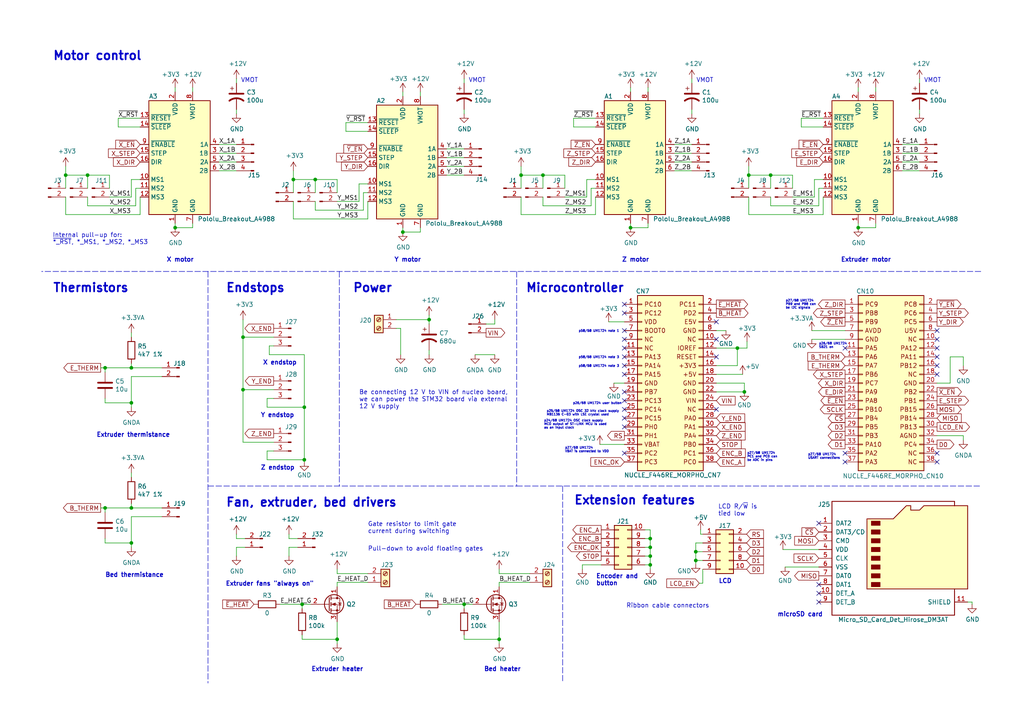
<source format=kicad_sch>
(kicad_sch (version 20211123) (generator eeschema)
  (paper "A4")
  (title_block (title "STM32 Nucleo 3D printer controller") (date "2022-07-23") (rev "v1.0") (company "www.justin-silver.com") (comment 1 "Justin Silver"))
  (junction (at 38.1 106.68))
  (junction (at 38.1 157.48))
  (junction (at 157.48 50.8))
  (junction (at 188.595 156.21))
  (junction (at 38.1 116.84))
  (junction (at 201.803 160.02))
  (junction (at 213.868 100.965))
  (junction (at 85.09 52.07))
  (junction (at 223.52 50.8))
  (junction (at 25.4 50.8))
  (junction (at 97.79 185.42))
  (junction (at 188.595 163.83))
  (junction (at 248.92 66.04))
  (junction (at 30.48 147.32))
  (junction (at 87.63 175.26))
  (junction (at 88.265 133.35))
  (junction (at 217.17 50.8))
  (junction (at 188.595 161.29))
  (junction (at 38.1 147.32))
  (junction (at 50.8 66.04))
  (junction (at 215.9 113.665))
  (junction (at 201.803 162.56))
  (junction (at 151.13 50.8))
  (junction (at 70.485 113.03))
  (junction (at 19.05 50.8))
  (junction (at 30.48 106.68))
  (junction (at 134.62 175.26))
  (junction (at 182.88 66.04))
  (junction (at 88.265 118.11))
  (junction (at 91.44 52.07))
  (junction (at 116.84 67.31))
  (junction (at 70.485 97.79))
  (junction (at 188.595 158.75))
  (junction (at 124.46 92.71))
  (junction (at 144.78 185.42))
  (no_connect (at 245.11 131.445))
  (no_connect (at 181.102 106.045))
  (no_connect (at 181.102 113.665))
  (no_connect (at 181.102 90.805))
  (no_connect (at 181.102 88.265))
  (no_connect (at 181.102 118.745))
  (no_connect (at 181.102 95.885))
  (no_connect (at 181.102 121.285))
  (no_connect (at 271.78 106.045))
  (no_connect (at 207.772 93.345))
  (no_connect (at 237.49 169.545))
  (no_connect (at 237.49 151.765))
  (no_connect (at 237.49 174.625))
  (no_connect (at 181.102 108.585))
  (no_connect (at 181.102 103.505))
  (no_connect (at 181.102 116.205))
  (no_connect (at 207.772 103.505))
  (no_connect (at 181.102 98.425))
  (no_connect (at 181.102 100.965))
  (no_connect (at 207.772 98.425))
  (no_connect (at 207.772 118.745))
  (no_connect (at 271.78 108.585))
  (no_connect (at 271.78 131.445))
  (no_connect (at 271.78 133.985))
  (no_connect (at 271.78 98.425))
  (no_connect (at 271.78 100.965))
  (no_connect (at 181.102 123.825))
  (no_connect (at 245.11 133.985))
  (no_connect (at 181.102 131.445))
  (no_connect (at 245.11 100.965))
  (no_connect (at 271.78 95.885))
  (no_connect (at 237.49 172.085))
  (no_connect (at 271.78 103.505))
  (wire (pts (xy 85.09 58.42) (xy 85.09 63.5)))
  (wire (pts (xy 237.49 59.69) (xy 237.49 54.61)))
  (wire (pts (xy 83.82 158.75) (xy 86.36 158.75)))
  (wire (pts (xy 207.772 106.045) (xy 213.868 106.045)))
  (wire (pts (xy 77.47 118.11) (xy 77.47 115.57)))
  (wire (pts (xy 105.41 55.88) (xy 106.68 55.88)))
  (wire (pts (xy 213.868 100.965) (xy 213.868 106.045)))
  (wire (pts (xy 40.64 62.23) (xy 40.64 57.15)))
  (wire (pts (xy 50.8 66.04) (xy 55.88 66.04)))
  (wire (pts (xy 144.78 168.91) (xy 153.67 168.91)))
  (wire (pts (xy 97.79 52.07) (xy 97.79 55.88)))
  (wire (pts (xy 88.265 118.11) (xy 88.265 133.35)))
  (wire (pts (xy 223.52 57.15) (xy 223.52 59.69)))
  (wire (pts (xy 238.76 62.23) (xy 238.76 57.15)))
  (wire (pts (xy 157.48 59.69) (xy 171.45 59.69)))
  (wire (pts (xy 71.12 156.21) (xy 68.58 156.21)))
  (wire (pts (xy 187.071 156.21) (xy 188.595 156.21)))
  (wire (pts (xy 275.59 103.505) (xy 279.4 103.505)))
  (wire (pts (xy 134.62 176.53) (xy 134.62 175.26)))
  (wire (pts (xy 68.58 44.45) (xy 63.5 44.45)))
  (wire (pts (xy 187.96 25.4) (xy 187.96 26.67)))
  (polyline (pts (xy 149.86 140.97) (xy 284.48 140.97)))
  (wire (pts (xy 79.375 130.81) (xy 77.47 130.81)))
  (wire (pts (xy 188.595 158.75) (xy 188.595 161.29)))
  (wire (pts (xy 201.803 162.56) (xy 201.803 163.576)))
  (wire (pts (xy 105.41 60.96) (xy 105.41 55.88)))
  (wire (pts (xy 50.8 64.77) (xy 50.8 66.04)))
  (wire (pts (xy 200.66 44.45) (xy 195.58 44.45)))
  (wire (pts (xy 134.62 22.86) (xy 134.62 24.13)))
  (wire (pts (xy 266.7 41.91) (xy 261.62 41.91)))
  (wire (pts (xy 114.935 95.25) (xy 116.205 95.25)))
  (wire (pts (xy 106.68 166.37) (xy 97.79 166.37)))
  (wire (pts (xy 68.58 31.75) (xy 68.58 33.02)))
  (wire (pts (xy 238.76 34.29) (xy 232.41 34.29)))
  (wire (pts (xy 87.63 185.42) (xy 97.79 185.42)))
  (wire (pts (xy 134.62 175.26) (xy 128.27 175.26)))
  (wire (pts (xy 38.1 138.43) (xy 38.1 137.16)))
  (wire (pts (xy 182.88 66.04) (xy 187.96 66.04)))
  (wire (pts (xy 91.44 55.88) (xy 91.44 52.07)))
  (wire (pts (xy 39.37 54.61) (xy 40.64 54.61)))
  (wire (pts (xy 79.375 97.79) (xy 70.485 97.79)))
  (wire (pts (xy 19.05 54.61) (xy 19.05 50.8)))
  (wire (pts (xy 188.595 161.29) (xy 188.595 163.83)))
  (wire (pts (xy 91.44 58.42) (xy 91.44 60.96)))
  (wire (pts (xy 266.7 44.45) (xy 261.62 44.45)))
  (wire (pts (xy 207.772 95.885) (xy 210.566 95.885)))
  (wire (pts (xy 248.92 64.77) (xy 248.92 66.04)))
  (wire (pts (xy 172.72 62.23) (xy 172.72 57.15)))
  (wire (pts (xy 223.52 54.61) (xy 223.52 50.8)))
  (wire (pts (xy 144.78 185.42) (xy 144.78 186.69)))
  (wire (pts (xy 91.44 52.07) (xy 97.79 52.07)))
  (wire (pts (xy 235.458 98.425) (xy 245.11 98.425)))
  (wire (pts (xy 68.58 158.75) (xy 68.58 161.29)))
  (wire (pts (xy 86.36 156.21) (xy 83.82 156.21)))
  (wire (pts (xy 236.22 52.07) (xy 238.76 52.07)))
  (wire (pts (xy 116.84 67.31) (xy 121.92 67.31)))
  (wire (pts (xy 30.48 106.68) (xy 29.21 106.68)))
  (wire (pts (xy 176.53 93.345) (xy 181.102 93.345)))
  (wire (pts (xy 85.09 63.5) (xy 106.68 63.5)))
  (wire (pts (xy 279.4 103.505) (xy 279.4 106.045)))
  (wire (pts (xy 104.14 58.42) (xy 104.14 53.34)))
  (wire (pts (xy 271.78 126.365) (xy 279.4 126.365)))
  (wire (pts (xy 78.105 100.33) (xy 78.105 102.87)))
  (wire (pts (xy 38.1 116.84) (xy 38.1 118.11)))
  (wire (pts (xy 134.62 184.15) (xy 134.62 185.42)))
  (wire (pts (xy 97.79 58.42) (xy 104.14 58.42)))
  (wire (pts (xy 213.868 100.965) (xy 216.662 100.965)))
  (wire (pts (xy 124.46 93.98) (xy 124.46 92.71)))
  (wire (pts (xy 30.48 106.68) (xy 30.48 107.95)))
  (wire (pts (xy 157.48 54.61) (xy 157.48 50.8)))
  (wire (pts (xy 157.48 50.8) (xy 163.83 50.8)))
  (wire (pts (xy 144.78 180.34) (xy 144.78 185.42)))
  (wire (pts (xy 19.05 62.23) (xy 40.64 62.23)))
  (wire (pts (xy 97.79 170.18) (xy 97.79 168.91)))
  (wire (pts (xy 151.13 57.15) (xy 151.13 62.23)))
  (wire (pts (xy 151.13 54.61) (xy 151.13 50.8)))
  (wire (pts (xy 55.88 25.4) (xy 55.88 26.67)))
  (wire (pts (xy 171.45 59.69) (xy 171.45 54.61)))
  (wire (pts (xy 201.803 160.02) (xy 201.803 162.56)))
  (wire (pts (xy 38.1 106.68) (xy 38.1 105.41)))
  (wire (pts (xy 34.29 36.83) (xy 40.64 36.83)))
  (wire (pts (xy 201.803 160.02) (xy 203.835 160.02)))
  (wire (pts (xy 31.75 57.15) (xy 38.1 57.15)))
  (wire (pts (xy 134.62 185.42) (xy 144.78 185.42)))
  (wire (pts (xy 30.48 115.57) (xy 30.48 116.84)))
  (wire (pts (xy 116.205 95.25) (xy 116.205 102.87)))
  (wire (pts (xy 79.375 100.33) (xy 78.105 100.33)))
  (wire (pts (xy 202.819 169.164) (xy 203.835 169.164)))
  (wire (pts (xy 140.97 93.98) (xy 143.51 93.98)))
  (wire (pts (xy 248.92 25.4) (xy 248.92 26.67)))
  (wire (pts (xy 87.63 175.26) (xy 90.17 175.26)))
  (wire (pts (xy 77.47 130.81) (xy 77.47 133.35)))
  (wire (pts (xy 188.595 163.83) (xy 188.595 165.1)))
  (wire (pts (xy 187.071 163.83) (xy 188.595 163.83)))
  (wire (pts (xy 266.7 49.53) (xy 261.62 49.53)))
  (wire (pts (xy 25.4 57.15) (xy 25.4 59.69)))
  (wire (pts (xy 217.17 57.15) (xy 217.17 62.23)))
  (wire (pts (xy 30.48 147.32) (xy 30.48 148.59)))
  (wire (pts (xy 91.44 60.96) (xy 105.41 60.96)))
  (wire (pts (xy 68.58 158.75) (xy 71.12 158.75)))
  (polyline (pts (xy 60.325 78.74) (xy 60.325 198.12)))
  (wire (pts (xy 87.63 184.15) (xy 87.63 185.42)))
  (wire (pts (xy 232.41 34.29) (xy 232.41 36.83)))
  (wire (pts (xy 97.79 166.37) (xy 97.79 165.1)))
  (wire (pts (xy 77.47 133.35) (xy 88.265 133.35)))
  (wire (pts (xy 203.2 153.67) (xy 203.2 154.94)))
  (wire (pts (xy 97.79 168.91) (xy 106.68 168.91)))
  (wire (pts (xy 187.071 158.75) (xy 188.595 158.75)))
  (wire (pts (xy 188.595 156.21) (xy 188.595 158.75)))
  (wire (pts (xy 266.7 22.86) (xy 266.7 24.13)))
  (wire (pts (xy 78.105 102.87) (xy 88.265 102.87)))
  (wire (pts (xy 38.1 157.48) (xy 38.1 158.75)))
  (wire (pts (xy 38.1 106.68) (xy 46.99 106.68)))
  (wire (pts (xy 200.66 22.86) (xy 200.66 24.13)))
  (wire (pts (xy 134.62 43.18) (xy 129.54 43.18)))
  (wire (pts (xy 68.58 156.21) (xy 68.58 154.94)))
  (wire (pts (xy 100.33 38.1) (xy 106.68 38.1)))
  (wire (pts (xy 200.66 46.99) (xy 195.58 46.99)))
  (wire (pts (xy 237.49 54.61) (xy 238.76 54.61)))
  (wire (pts (xy 217.17 62.23) (xy 238.76 62.23)))
  (polyline (pts (xy 284.48 78.74) (xy 12.065 78.74)))
  (wire (pts (xy 106.68 35.56) (xy 100.33 35.56)))
  (wire (pts (xy 182.88 25.4) (xy 182.88 26.67)))
  (wire (pts (xy 88.265 102.87) (xy 88.265 118.11)))
  (wire (pts (xy 279.4 126.365) (xy 279.4 127.635)))
  (wire (pts (xy 46.99 147.32) (xy 38.1 147.32)))
  (wire (pts (xy 203.2 154.94) (xy 203.835 154.94)))
  (wire (pts (xy 25.4 59.69) (xy 39.37 59.69)))
  (wire (pts (xy 38.1 109.22) (xy 38.1 116.84)))
  (wire (pts (xy 235.458 95.885) (xy 245.11 95.885)))
  (wire (pts (xy 187.96 66.04) (xy 187.96 64.77)))
  (wire (pts (xy 227.711 164.465) (xy 237.49 164.465)))
  (wire (pts (xy 217.17 50.8) (xy 217.17 48.26)))
  (wire (pts (xy 38.1 147.32) (xy 30.48 147.32)))
  (wire (pts (xy 70.485 97.79) (xy 70.485 92.71)))
  (wire (pts (xy 227.076 159.385) (xy 237.49 159.385)))
  (wire (pts (xy 77.47 118.11) (xy 88.265 118.11)))
  (wire (pts (xy 170.18 52.07) (xy 172.72 52.07)))
  (wire (pts (xy 34.29 34.29) (xy 34.29 36.83)))
  (wire (pts (xy 171.45 54.61) (xy 172.72 54.61)))
  (wire (pts (xy 121.92 67.31) (xy 121.92 66.04)))
  (wire (pts (xy 38.1 57.15) (xy 38.1 52.07)))
  (wire (pts (xy 30.48 156.21) (xy 30.48 157.48)))
  (wire (pts (xy 134.62 48.26) (xy 129.54 48.26)))
  (wire (pts (xy 38.1 106.68) (xy 30.48 106.68)))
  (wire (pts (xy 134.62 175.26) (xy 137.16 175.26)))
  (wire (pts (xy 207.772 100.965) (xy 213.868 100.965)))
  (wire (pts (xy 229.87 50.8) (xy 229.87 54.61)))
  (wire (pts (xy 104.14 53.34) (xy 106.68 53.34)))
  (wire (pts (xy 200.66 41.91) (xy 195.58 41.91)))
  (wire (pts (xy 151.13 50.8) (xy 151.13 48.26)))
  (wire (pts (xy 200.66 49.53) (xy 195.58 49.53)))
  (wire (pts (xy 38.1 52.07) (xy 40.64 52.07)))
  (wire (pts (xy 25.4 50.8) (xy 31.75 50.8)))
  (wire (pts (xy 83.82 158.75) (xy 83.82 161.29)))
  (wire (pts (xy 207.772 108.585) (xy 215.392 108.585)))
  (wire (pts (xy 121.92 26.67) (xy 121.92 27.94)))
  (wire (pts (xy 77.47 115.57) (xy 79.375 115.57)))
  (wire (pts (xy 254 66.04) (xy 254 64.77)))
  (wire (pts (xy 55.88 66.04) (xy 55.88 64.77)))
  (wire (pts (xy 68.58 22.86) (xy 68.58 24.13)))
  (wire (pts (xy 151.13 62.23) (xy 172.72 62.23)))
  (wire (pts (xy 281.94 174.625) (xy 281.94 175.26)))
  (wire (pts (xy 19.05 57.15) (xy 19.05 62.23)))
  (wire (pts (xy 275.59 111.125) (xy 275.59 103.505)))
  (wire (pts (xy 134.62 45.72) (xy 129.54 45.72)))
  (wire (pts (xy 166.37 36.83) (xy 172.72 36.83)))
  (wire (pts (xy 106.68 63.5) (xy 106.68 58.42)))
  (wire (pts (xy 188.595 153.67) (xy 188.595 156.21)))
  (wire (pts (xy 151.13 50.8) (xy 157.48 50.8)))
  (wire (pts (xy 134.62 50.8) (xy 129.54 50.8)))
  (wire (pts (xy 87.63 175.26) (xy 81.28 175.26)))
  (wire (pts (xy 143.51 93.98) (xy 143.51 92.71)))
  (polyline (pts (xy 60.325 140.97) (xy 149.86 140.97)))
  (wire (pts (xy 203.835 162.56) (xy 201.803 162.56)))
  (wire (pts (xy 79.375 128.27) (xy 70.485 128.27)))
  (wire (pts (xy 68.58 49.53) (xy 63.5 49.53)))
  (wire (pts (xy 19.05 50.8) (xy 19.05 48.26)))
  (wire (pts (xy 116.84 26.67) (xy 116.84 27.94)))
  (wire (pts (xy 203.835 165.1) (xy 203.835 169.164)))
  (polyline (pts (xy 149.86 78.74) (xy 149.86 140.97)))
  (wire (pts (xy 134.62 31.75) (xy 134.62 33.02)))
  (wire (pts (xy 124.46 91.44) (xy 124.46 92.71)))
  (wire (pts (xy 187.071 161.29) (xy 188.595 161.29)))
  (wire (pts (xy 38.1 97.79) (xy 38.1 96.52)))
  (wire (pts (xy 216.662 99.06) (xy 216.662 100.965)))
  (wire (pts (xy 232.41 36.83) (xy 238.76 36.83)))
  (wire (pts (xy 168.91 163.83) (xy 174.371 163.83)))
  (wire (pts (xy 85.09 52.07) (xy 85.09 49.53)))
  (wire (pts (xy 68.58 46.99) (xy 63.5 46.99)))
  (wire (pts (xy 166.37 34.29) (xy 166.37 36.83)))
  (wire (pts (xy 280.67 174.625) (xy 281.94 174.625)))
  (wire (pts (xy 271.78 111.125) (xy 275.59 111.125)))
  (wire (pts (xy 229.87 57.15) (xy 236.22 57.15)))
  (wire (pts (xy 97.79 185.42) (xy 97.79 186.69)))
  (wire (pts (xy 40.64 34.29) (xy 34.29 34.29)))
  (wire (pts (xy 38.1 147.32) (xy 38.1 146.05)))
  (wire (pts (xy 144.78 170.18) (xy 144.78 168.91)))
  (wire (pts (xy 85.09 52.07) (xy 91.44 52.07)))
  (polyline (pts (xy 98.425 78.74) (xy 98.425 140.97)))
  (wire (pts (xy 201.803 157.48) (xy 201.803 160.02)))
  (wire (pts (xy 163.83 50.8) (xy 163.83 54.61)))
  (wire (pts (xy 31.75 50.8) (xy 31.75 54.61)))
  (wire (pts (xy 83.82 156.21) (xy 83.82 154.94)))
  (wire (pts (xy 116.84 66.04) (xy 116.84 67.31)))
  (wire (pts (xy 97.79 180.34) (xy 97.79 185.42)))
  (wire (pts (xy 30.48 116.84) (xy 38.1 116.84)))
  (wire (pts (xy 46.99 149.86) (xy 38.1 149.86)))
  (wire (pts (xy 236.22 57.15) (xy 236.22 52.07)))
  (wire (pts (xy 38.1 149.86) (xy 38.1 157.48)))
  (wire (pts (xy 19.05 50.8) (xy 25.4 50.8)))
  (wire (pts (xy 137.795 102.87) (xy 143.51 102.87)))
  (wire (pts (xy 87.63 176.53) (xy 87.63 175.26)))
  (wire (pts (xy 88.265 133.35) (xy 88.265 133.985)))
  (wire (pts (xy 70.485 113.03) (xy 70.485 128.27)))
  (wire (pts (xy 70.485 97.79) (xy 70.485 113.03)))
  (wire (pts (xy 38.1 109.22) (xy 46.99 109.22)))
  (wire (pts (xy 124.46 101.6) (xy 124.46 102.87)))
  (wire (pts (xy 217.17 54.61) (xy 217.17 50.8)))
  (wire (pts (xy 153.67 166.37) (xy 144.78 166.37)))
  (wire (pts (xy 200.66 31.75) (xy 200.66 33.02)))
  (wire (pts (xy 30.48 147.32) (xy 29.21 147.32)))
  (wire (pts (xy 79.375 113.03) (xy 70.485 113.03)))
  (wire (pts (xy 203.835 157.48) (xy 201.803 157.48)))
  (wire (pts (xy 85.09 55.88) (xy 85.09 52.07)))
  (polyline (pts (xy 163.195 140.97) (xy 163.195 197.485)))
  (wire (pts (xy 215.9 111.125) (xy 215.9 113.665)))
  (wire (pts (xy 114.935 92.71) (xy 124.46 92.71)))
  (wire (pts (xy 178.054 111.125) (xy 181.102 111.125)))
  (wire (pts (xy 223.52 50.8) (xy 229.87 50.8)))
  (wire (pts (xy 25.4 54.61) (xy 25.4 50.8)))
  (wire (pts (xy 163.83 57.15) (xy 170.18 57.15)))
  (wire (pts (xy 100.33 35.56) (xy 100.33 38.1)))
  (wire (pts (xy 144.78 166.37) (xy 144.78 165.1)))
  (wire (pts (xy 39.37 59.69) (xy 39.37 54.61)))
  (wire (pts (xy 30.48 157.48) (xy 38.1 157.48)))
  (wire (pts (xy 187.071 153.67) (xy 188.595 153.67)))
  (wire (pts (xy 168.91 163.83) (xy 168.91 165.1)))
  (wire (pts (xy 266.7 46.99) (xy 261.62 46.99)))
  (wire (pts (xy 266.7 31.75) (xy 266.7 33.02)))
  (wire (pts (xy 223.52 59.69) (xy 237.49 59.69)))
  (wire (pts (xy 207.772 111.125) (xy 215.9 111.125)))
  (wire (pts (xy 254 25.4) (xy 254 26.67)))
  (wire (pts (xy 68.58 41.91) (xy 63.5 41.91)))
  (wire (pts (xy 50.8 25.4) (xy 50.8 26.67)))
  (wire (pts (xy 182.88 64.77) (xy 182.88 66.04)))
  (wire (pts (xy 157.48 57.15) (xy 157.48 59.69)))
  (wire (pts (xy 172.72 34.29) (xy 166.37 34.29)))
  (wire (pts (xy 248.92 66.04) (xy 254 66.04)))
  (wire (pts (xy 207.772 113.665) (xy 215.9 113.665)))
  (wire (pts (xy 217.17 50.8) (xy 223.52 50.8)))
  (wire (pts (xy 173.99 128.905) (xy 181.102 128.905)))
  (wire (pts (xy 170.18 57.15) (xy 170.18 52.07)))
  (text "Extruder fans \"always on\"" (at 65.405 170.18 0) (effects (font (size 1.27 1.27) (thickness 0.254) bold) (justify left bottom)))
  (text "Extension features" (at 166.37 146.685 0) (effects (font (size 2.4892 2.4892) (thickness 0.4978) bold) (justify left bottom)))
  (text "Pull-down to avoid floating gates" (at 106.68 160.02 0) (effects (font (size 1.27 1.27)) (justify left bottom)))
  (text "p27/68 UM1724\nPC1 and PC0 can\nbe ADC in pins" (at 216.662 133.985 0) (effects (font (size 0.64 0.64)) (justify left bottom)))
  (text "VMOT" (at 267.97 24.13 0) (effects (font (size 1.27 1.27)) (justify left bottom)))
  (text "Extruder motor" (at 243.84 76.2 0) (effects (font (size 1.27 1.27) (thickness 0.254) bold) (justify left bottom)))
  (text "VMOT" (at 201.93 24.13 0) (effects (font (size 1.27 1.27)) (justify left bottom)))
  (text "p24/68 UM1724 OSC clock supply\nMCO output of ST-LINK MCU is used \nas an input clock" (at 157.734 124.587 0) (effects (font (size 0.64 0.64)) (justify left bottom)))
  (text "X motor" (at 48.26 76.2 0) (effects (font (size 1.27 1.27) (thickness 0.254) bold) (justify left bottom)))
  (text "LCD R/~{W} is\ntied low" (at 208.28 149.86 0) (effects (font (size 1.27 1.27)) (justify left bottom)))
  (text "Encoder and\nbutton" (at 172.847 170.053 0) (effects (font (size 1.27 1.27) (thickness 0.254) bold) (justify left bottom)))
  (text "Be connecting 12 V to VIN of nucleo board,\nwe can power the STM32 board via external\n12 V supply" (at 104.14 118.745 0) (effects (font (size 1.27 1.27)) (justify left bottom)))
  (text "p27/68 UM1724\nUSART connections" (at 234.315 133.35 0) (effects (font (size 0.64 0.64)) (justify left bottom)))
  (text "Thermistors" (at 15.24 85.09 0) (effects (font (size 2.4892 2.4892) (thickness 0.4978) bold) (justify left bottom)))
  (text "Y endstop" (at 75.565 121.285 0) (effects (font (size 1.27 1.27) (thickness 0.254) bold) (justify left bottom)))
  (text "LCD" (at 208.407 169.418 0) (effects (font (size 1.27 1.27) (thickness 0.254) bold) (justify left bottom)))
  (text "p26/68 UM1724\nSB21 on" (at 237.49 101.219 0) (effects (font (size 0.64 0.64)) (justify left bottom)))
  (text "p27/68 UM1724\nVBAT is connected to VDD" (at 163.83 131.445 0) (effects (font (size 0.64 0.64)) (justify left bottom)))
  (text "Bed heater" (at 151.13 194.945 180) (effects (font (size 1.27 1.27) (thickness 0.254) bold) (justify right bottom)))
  (text "Gate resistor to limit gate\ncurrent during switching" (at 106.68 154.94 0) (effects (font (size 1.27 1.27)) (justify left bottom)))
  (text "microSD card" (at 225.425 179.07 0) (effects (font (size 1.27 1.27) (thickness 0.254) bold) (justify left bottom)))
  (text "Ribbon cable connectors" (at 181.61 176.53 0) (effects (font (size 1.27 1.27)) (justify left bottom)))
  (text "p27/68 UM1724\nPB9 and PB8 can\nbe I2C signals" (at 227.838 89.789 0) (effects (font (size 0.64 0.64)) (justify left bottom)))
  (text "Fan, extruder, bed drivers" (at 65.405 147.32 0) (effects (font (size 2.4892 2.4892) (thickness 0.4978) bold) (justify left bottom)))
  (text "p58/68 UM1724 note 1" (at 167.767 96.52 0) (effects (font (size 0.64 0.64)) (justify left bottom)))
  (text "Z endstop" (at 75.565 136.525 0) (effects (font (size 1.27 1.27) (thickness 0.254) bold) (justify left bottom)))
  (text "Bed thermistance" (at 30.48 167.64 0) (effects (font (size 1.27 1.27) (thickness 0.254) bold) (justify left bottom)))
  (text "Endstops" (at 65.405 85.09 0) (effects (font (size 2.4892 2.4892) (thickness 0.4978) bold) (justify left bottom)))
  (text "p58/68 UM1724 note 3" (at 167.767 104.14 0) (effects (font (size 0.64 0.64)) (justify left bottom)))
  (text "Y motor" (at 114.3 76.2 0) (effects (font (size 1.27 1.27) (thickness 0.254) bold) (justify left bottom)))
  (text "Extruder heater" (at 105.41 194.945 180) (effects (font (size 1.27 1.27) (thickness 0.254) bold) (justify right bottom)))
  (text "Extruder thermistance" (at 27.94 127 0) (effects (font (size 1.27 1.27) (thickness 0.254) bold) (justify left bottom)))
  (text "Microcontroller" (at 152.4 85.09 0) (effects (font (size 2.4892 2.4892) (thickness 0.4978) bold) (justify left bottom)))
  (text "Motor control" (at 15.24 17.78 0) (effects (font (size 2.4892 2.4892) (thickness 0.4978) bold) (justify left bottom)))
  (text "Power" (at 102.235 85.09 0) (effects (font (size 2.4892 2.4892) (thickness 0.4978) bold) (justify left bottom)))
  (text "Internal pull-up for:\n~{*_RST}, *_MS1, *_MS2, *_MS3" (at 15.24 71.12 0) (effects (font (size 1.27 1.27)) (justify left bottom)))
  (text "VMOT" (at 135.89 24.13 0) (effects (font (size 1.27 1.27)) (justify left bottom)))
  (text "VMOT" (at 69.85 24.13 0) (effects (font (size 1.27 1.27)) (justify left bottom)))
  (text "X endstop" (at 76.2 106.045 0) (effects (font (size 1.27 1.27) (thickness 0.254) bold) (justify left bottom)))
  (text "p26/68 UM1724 user button" (at 166.116 117.475 0) (effects (font (size 0.64 0.64)) (justify left bottom)))
  (text "Z motor" (at 180.34 76.2 0) (effects (font (size 1.27 1.27) (thickness 0.254) bold) (justify left bottom)))
  (text "p25/68 UM1724 OSC 32 kHz clock supply\nMB1136 C-03 with LSE crystal used" (at 158.496 120.777 0) (effects (font (size 0.64 0.64)) (justify left bottom)))
  (text "p58/68 UM1724 note 3" (at 167.767 106.68 0) (effects (font (size 0.64 0.64)) (justify left bottom)))
  (label "E_HEAT_G" (at 81.28 175.26 0))
  (label "~{Y_RST}" (at 100.33 35.56 0))
  (label "Y_2B" (at 129.54 50.8 0))
  (label "X_MS2" (at 31.75 59.69 0))
  (label "E_HEAT_D" (at 97.79 168.91 0))
  (label "Z_MS1" (at 163.83 57.15 0))
  (label "B_HEAT_G" (at 128.27 175.26 0))
  (label "B_HEAT_D" (at 144.78 168.91 0))
  (label "E_MS3" (at 229.87 62.23 0))
  (label "X_1A" (at 63.5 41.91 0))
  (label "Y_1B" (at 129.54 45.72 0))
  (label "Y_MS3" (at 97.79 63.5 0))
  (label "X_1B" (at 63.5 44.45 0))
  (label "~{Z_RST}" (at 166.37 34.29 0))
  (label "Y_1A" (at 129.54 43.18 0))
  (label "E_2A" (at 261.62 46.99 0))
  (label "Z_1B" (at 195.58 44.45 0))
  (label "Y_2A" (at 129.54 48.26 0))
  (label "Z_1A" (at 195.58 41.91 0))
  (label "E_2B" (at 261.62 49.53 0))
  (label "X_MS3" (at 31.75 62.23 0))
  (label "Z_2A" (at 195.58 46.99 0))
  (label "X_2B" (at 63.5 49.53 0))
  (label "Z_MS3" (at 163.83 62.23 0))
  (label "Z_MS2" (at 163.83 59.69 0))
  (label "E_1A" (at 261.62 41.91 0))
  (label "Y_MS1" (at 97.79 58.42 0))
  (label "E_MS1" (at 229.87 57.15 0))
  (label "X_MS1" (at 31.75 57.15 0))
  (label "~{X_RST}" (at 34.29 34.29 0))
  (label "Y_MS2" (at 97.79 60.96 0))
  (label "Z_2B" (at 195.58 49.53 0))
  (label "~{E_RST}" (at 232.41 34.29 0))
  (label "E_MS2" (at 229.87 59.69 0))
  (label "E_1B" (at 261.62 44.45 0))
  (label "X_2A" (at 63.5 46.99 0))
  (global_label "Z_END" (shape input) (at 207.772 126.365 0) (property "Intersheet References" "${INTERSHEET_REFS}" (effects hide)))
  (global_label "D2" (shape input) (at 216.535 160.02 0) (property "Intersheet References" "${INTERSHEET_REFS}" (effects hide)))
  (global_label "Z_STEP" (shape input) (at 172.72 44.45 180) (property "Intersheet References" "${INTERSHEET_REFS}" (effects hide)))
  (global_label "~{X_EN}" (shape output) (at 271.78 113.665 0) (property "Intersheet References" "${INTERSHEET_REFS}" (effects hide)))
  (global_label "X_DIR" (shape input) (at 40.64 46.99 180) (property "Intersheet References" "${INTERSHEET_REFS}" (effects hide)))
  (global_label "Y_END" (shape input) (at 207.772 121.285 0) (property "Intersheet References" "${INTERSHEET_REFS}" (effects hide)))
  (global_label "Z_END" (shape output) (at 79.375 125.73 180) (property "Intersheet References" "${INTERSHEET_REFS}" (effects hide)))
  (global_label "X_STEP" (shape output) (at 245.11 108.585 180) (property "Intersheet References" "${INTERSHEET_REFS}" (effects hide)))
  (global_label "STOP" (shape input) (at 207.772 128.905 0) (property "Intersheet References" "${INTERSHEET_REFS}" (effects hide)))
  (global_label "E_DIR" (shape output) (at 245.11 113.665 180) (property "Intersheet References" "${INTERSHEET_REFS}" (effects hide)))
  (global_label "SCLK" (shape output) (at 245.11 118.745 180) (property "Intersheet References" "${INTERSHEET_REFS}" (effects hide)))
  (global_label "RS" (shape output) (at 181.102 126.365 180) (property "Intersheet References" "${INTERSHEET_REFS}" (effects hide)))
  (global_label "D1" (shape output) (at 245.11 128.905 180) (property "Intersheet References" "${INTERSHEET_REFS}" (effects hide)))
  (global_label "D3" (shape input) (at 216.535 157.48 0) (property "Intersheet References" "${INTERSHEET_REFS}" (effects hide)))
  (global_label "~{B_HEAT}" (shape input) (at 120.65 175.26 180) (property "Intersheet References" "${INTERSHEET_REFS}" (effects hide)))
  (global_label "STOP" (shape output) (at 174.371 161.29 180) (property "Intersheet References" "${INTERSHEET_REFS}" (effects hide)))
  (global_label "Z_STEP" (shape output) (at 245.11 90.805 180) (property "Intersheet References" "${INTERSHEET_REFS}" (effects hide)))
  (global_label "Z_DIR" (shape input) (at 172.72 46.99 180) (property "Intersheet References" "${INTERSHEET_REFS}" (effects hide)))
  (global_label "Y_DIR" (shape output) (at 271.78 93.345 0) (property "Intersheet References" "${INTERSHEET_REFS}" (effects hide)))
  (global_label "~{CS}" (shape input) (at 237.49 154.305 180) (property "Intersheet References" "${INTERSHEET_REFS}" (effects hide)))
  (global_label "~{E_EN}" (shape output) (at 245.11 116.205 180) (property "Intersheet References" "${INTERSHEET_REFS}" (effects hide)))
  (global_label "~{Y_EN}" (shape output) (at 271.78 88.265 0) (property "Intersheet References" "${INTERSHEET_REFS}" (effects hide)))
  (global_label "E_STEP" (shape output) (at 271.78 116.205 0) (property "Intersheet References" "${INTERSHEET_REFS}" (effects hide)))
  (global_label "~{E_HEAT}" (shape output) (at 207.772 88.265 0) (property "Intersheet References" "${INTERSHEET_REFS}" (effects hide)))
  (global_label "E_THERM" (shape input) (at 245.11 106.045 180) (property "Intersheet References" "${INTERSHEET_REFS}" (effects hide)))
  (global_label "~{Z_EN}" (shape input) (at 172.72 41.91 180) (property "Intersheet References" "${INTERSHEET_REFS}" (effects hide)))
  (global_label "LCD_EN" (shape input) (at 202.819 169.164 180) (property "Intersheet References" "${INTERSHEET_REFS}" (effects hide)))
  (global_label "SCLK" (shape input) (at 237.49 161.925 180) (property "Intersheet References" "${INTERSHEET_REFS}" (effects hide)))
  (global_label "ENC_B" (shape input) (at 207.772 131.445 0) (property "Intersheet References" "${INTERSHEET_REFS}" (effects hide)))
  (global_label "~{Y_EN}" (shape input) (at 106.68 43.18 180) (property "Intersheet References" "${INTERSHEET_REFS}" (effects hide)))
  (global_label "ENC_OK" (shape input) (at 181.102 133.985 180) (property "Intersheet References" "${INTERSHEET_REFS}" (effects hide)))
  (global_label "D0" (shape input) (at 216.535 165.1 0) (property "Intersheet References" "${INTERSHEET_REFS}" (effects hide)))
  (global_label "Y_STEP" (shape output) (at 271.78 90.805 0) (property "Intersheet References" "${INTERSHEET_REFS}" (effects hide)))
  (global_label "RS" (shape input) (at 216.535 154.94 0) (property "Intersheet References" "${INTERSHEET_REFS}" (effects hide)))
  (global_label "ENC_B" (shape output) (at 174.371 156.21 180) (property "Intersheet References" "${INTERSHEET_REFS}" (effects hide)))
  (global_label "Y_STEP" (shape input) (at 106.68 45.72 180) (property "Intersheet References" "${INTERSHEET_REFS}" (effects hide)))
  (global_label "X_STEP" (shape input) (at 40.64 44.45 180) (property "Intersheet References" "${INTERSHEET_REFS}" (effects hide)))
  (global_label "MOSI" (shape input) (at 237.49 156.845 180) (property "Intersheet References" "${INTERSHEET_REFS}" (effects hide)))
  (global_label "~{CS}" (shape output) (at 245.11 121.285 180) (property "Intersheet References" "${INTERSHEET_REFS}" (effects hide)))
  (global_label "B_THERM" (shape input) (at 245.11 103.505 180) (property "Intersheet References" "${INTERSHEET_REFS}" (effects hide)))
  (global_label "ENC_A" (shape input) (at 207.772 133.985 0) (property "Intersheet References" "${INTERSHEET_REFS}" (effects hide)))
  (global_label "D1" (shape input) (at 216.535 162.56 0) (property "Intersheet References" "${INTERSHEET_REFS}" (effects hide)))
  (global_label "Y_END" (shape output) (at 79.375 110.49 180) (property "Intersheet References" "${INTERSHEET_REFS}" (effects hide)))
  (global_label "X_END" (shape input) (at 207.772 123.825 0) (property "Intersheet References" "${INTERSHEET_REFS}" (effects hide)))
  (global_label "D3" (shape output) (at 245.11 123.825 180) (property "Intersheet References" "${INTERSHEET_REFS}" (effects hide)))
  (global_label "Z_DIR" (shape output) (at 245.11 88.265 180) (property "Intersheet References" "${INTERSHEET_REFS}" (effects hide)))
  (global_label "LCD_EN" (shape output) (at 271.78 123.825 0) (property "Intersheet References" "${INTERSHEET_REFS}" (effects hide)))
  (global_label "E_THERM" (shape output) (at 29.21 106.68 180) (property "Intersheet References" "${INTERSHEET_REFS}" (effects hide)))
  (global_label "~{B_HEAT}" (shape output) (at 207.772 90.805 0) (property "Intersheet References" "${INTERSHEET_REFS}" (effects hide)))
  (global_label "MISO" (shape output) (at 237.49 167.005 180) (property "Intersheet References" "${INTERSHEET_REFS}" (effects hide)))
  (global_label "ENC_OK" (shape output) (at 174.371 158.75 180) (property "Intersheet References" "${INTERSHEET_REFS}" (effects hide)))
  (global_label "MISO" (shape input) (at 271.78 121.285 0) (property "Intersheet References" "${INTERSHEET_REFS}" (effects hide)))
  (global_label "ENC_A" (shape output) (at 174.371 153.67 180) (property "Intersheet References" "${INTERSHEET_REFS}" (effects hide)))
  (global_label "VIN" (shape output) (at 140.97 96.52 0) (property "Intersheet References" "${INTERSHEET_REFS}" (effects hide)))
  (global_label "~{Z_EN}" (shape output) (at 245.11 93.345 180) (property "Intersheet References" "${INTERSHEET_REFS}" (effects hide)))
  (global_label "D0" (shape output) (at 271.78 128.905 0) (property "Intersheet References" "${INTERSHEET_REFS}" (effects hide)))
  (global_label "D2" (shape output) (at 245.11 126.365 180) (property "Intersheet References" "${INTERSHEET_REFS}" (effects hide)))
  (global_label "B_THERM" (shape output) (at 29.21 147.32 180) (property "Intersheet References" "${INTERSHEET_REFS}" (effects hide)))
  (global_label "VIN" (shape input) (at 207.772 116.205 0) (property "Intersheet References" "${INTERSHEET_REFS}" (effects hide)))
  (global_label "X_DIR" (shape output) (at 245.11 111.125 180) (property "Intersheet References" "${INTERSHEET_REFS}" (effects hide)))
  (global_label "MOSI" (shape output) (at 271.78 118.745 0) (property "Intersheet References" "${INTERSHEET_REFS}" (effects hide)))
  (global_label "~{E_EN}" (shape input) (at 238.76 41.91 180) (property "Intersheet References" "${INTERSHEET_REFS}" (effects hide)))
  (global_label "X_END" (shape output) (at 79.375 95.25 180) (property "Intersheet References" "${INTERSHEET_REFS}" (effects hide)))
  (global_label "E_DIR" (shape input) (at 238.76 46.99 180) (property "Intersheet References" "${INTERSHEET_REFS}" (effects hide)))
  (global_label "Y_DIR" (shape input) (at 106.68 48.26 180) (property "Intersheet References" "${INTERSHEET_REFS}" (effects hide)))
  (global_label "E_STEP" (shape input) (at 238.76 44.45 180) (property "Intersheet References" "${INTERSHEET_REFS}" (effects hide)))
  (global_label "~{E_HEAT}" (shape input) (at 73.66 175.26 180) (property "Intersheet References" "${INTERSHEET_REFS}" (effects hide)))
  (global_label "~{X_EN}" (shape input) (at 40.64 41.91 180) (property "Intersheet References" "${INTERSHEET_REFS}" (effects hide)))
  (symbol (lib_id "driver_motor_pololu:Pololu_Breakout_A4988") (at 182.88 44.45 0) (unit 1)
    (property "Reference" "A1" (at 176.53 27.94 0))
    (property "Value" "Pololu_Breakout_A4988" (at 200.66 63.5 0))
    (property "Footprint" "Module:Pololu_Breakout-16_15.2x20.3mm" (effects hide))
    (property "Datasheet" "https://www.pololu.com/product/2980/pictures" (effects hide))
  )
  (symbol (lib_id "Connector:Conn_01x02_Male") (at 52.07 106.68 0) (mirror y) (unit 1)
    (property "Reference" "J18" (at 52.07 105.41 0))
    (property "Value" "Conn_01x02_Male" (effects hide))
    (property "Footprint" "Connector_PinHeader_2.54mm:PinHeader_1x02_P2.54mm_Vertical" (effects hide))
  )
  (symbol (lib_id "Connector:Conn_01x04_Male") (at 205.74 44.45 0) (mirror y) (unit 1)
    (property "Reference" "J13" (at 205.74 50.8 0))
    (property "Value" "Conn_01x04_Male" (effects hide))
    (property "Footprint" "Connector_Molex:Molex_KK-254_AE-6410-04A_1x04_P2.54mm_Vertical" (effects hide))
  )
  (symbol (lib_id "Connector:Conn_01x02_Male") (at 152.4 54.61 0) (unit 1)
    (property "Reference" "J5" (at 155.1432 52.3494 0))
    (property "Value" "Conn_01x02_Male" (effects hide))
    (property "Footprint" "Connector_PinHeader_2.54mm:PinHeader_1x02_P2.54mm_Vertical" (effects hide))
  )
  (symbol (lib_id "Connector:Conn_01x02_Male") (at 158.75 54.61 0) (unit 1)
    (property "Reference" "J9" (at 161.4932 52.3494 0))
    (property "Value" "Conn_01x02_Male" (effects hide))
    (property "Footprint" "Connector_PinHeader_2.54mm:PinHeader_1x02_P2.54mm_Vertical" (effects hide))
  )
  (symbol (lib_id "Connector:Conn_01x02_Male") (at 146.05 54.61 0) (unit 1)
    (property "Reference" "J1" (at 148.7932 52.3494 0))
    (property "Value" "Conn_01x02_Male" (effects hide))
    (property "Footprint" "Connector_PinHeader_2.54mm:PinHeader_1x02_P2.54mm_Vertical" (effects hide))
  )
  (symbol (lib_id "power:+3.3V") (at 182.88 25.4 0) (unit 1)
    (property "Reference" "#PWR06" (effects hide))
    (property "Value" "+3.3V" (at 181.61 21.59 0))
  )
  (symbol (lib_id "power:+3.3V") (at 151.13 48.26 0) (unit 1)
    (property "Reference" "#PWR01" (effects hide))
    (property "Value" "+3.3V" (at 151.511 43.8658 0))
  )
  (symbol (lib_id "power:+3.3V") (at 116.84 26.67 0) (unit 1)
    (property "Reference" "#PWR08" (effects hide))
    (property "Value" "+3.3V" (at 115.57 22.86 0))
  )
  (symbol (lib_id "power:+3.3V") (at 85.09 49.53 0) (unit 1)
    (property "Reference" "#PWR02" (effects hide))
    (property "Value" "+3.3V" (at 85.471 45.1358 0))
  )
  (symbol (lib_id "power:+3.3V") (at 50.8 25.4 0) (unit 1)
    (property "Reference" "#PWR010" (effects hide))
    (property "Value" "+3.3V" (at 49.53 21.59 0))
  )
  (symbol (lib_id "power:+3.3V") (at 19.05 48.26 0) (unit 1)
    (property "Reference" "#PWR03" (effects hide))
    (property "Value" "+3.3V" (at 19.431 43.8658 0))
  )
  (symbol (lib_id "power:+3.3V") (at 248.92 25.4 0) (unit 1)
    (property "Reference" "#PWR012" (effects hide))
    (property "Value" "+3.3V" (at 247.65 21.59 0))
  )
  (symbol (lib_id "power:+3.3V") (at 217.17 48.26 0) (unit 1)
    (property "Reference" "#PWR04" (effects hide))
    (property "Value" "+3.3V" (at 217.551 43.8658 0))
  )
  (symbol (lib_id "Connector:Conn_01x03_Male") (at 84.455 128.27 0) (mirror y) (unit 1)
    (property "Reference" "J29" (at 84.455 123.825 0))
    (property "Value" "Conn_01x03_Male" (effects hide))
    (property "Footprint" "Connector_Molex:Molex_KK-254_AE-6410-03A_1x03_P2.54mm_Vertical" (effects hide))
  )
  (symbol (lib_id "Connector:Conn_01x03_Male") (at 84.455 113.03 0) (mirror y) (unit 1)
    (property "Reference" "J28" (at 84.455 108.585 0))
    (property "Value" "Conn_01x03_Male" (effects hide))
    (property "Footprint" "Connector_Molex:Molex_KK-254_AE-6410-03A_1x03_P2.54mm_Vertical" (effects hide))
  )
  (symbol (lib_id "Connector:Conn_01x03_Male") (at 84.455 97.79 0) (mirror y) (unit 1)
    (property "Reference" "J27" (at 84.455 93.345 0))
    (property "Value" "Conn_01x03_Male" (effects hide))
    (property "Footprint" "Connector_Molex:Molex_KK-254_AE-6410-03A_1x03_P2.54mm_Vertical" (effects hide))
  )
  (symbol (lib_id "Device:C_Polarized_US") (at 200.66 27.94 0) (unit 1)
    (property "Reference" "C1" (at 203.581 26.7716 0) (effects (justify left)))
    (property "Value" "100u" (at 203.581 29.083 0) (effects (justify left)))
    (property "Footprint" "Capacitor_THT:CP_Radial_D5.0mm_P2.00mm" (effects hide))
  )
  (symbol (lib_id "power:GND") (at 200.66 33.02 0) (unit 1)
    (property "Reference" "#PWR019" (effects hide))
    (property "Value" "GND" (at 200.787 37.4142 0))
  )
  (symbol (lib_id "power:GND") (at 182.88 66.04 0) (unit 1)
    (property "Reference" "#PWR07" (effects hide))
    (property "Value" "GND" (at 183.007 70.4342 0))
  )
  (symbol (lib_id "power:+3.3V") (at 70.485 92.71 0) (unit 1)
    (property "Reference" "#PWR043" (effects hide))
    (property "Value" "+3.3V" (at 70.866 88.3158 0))
  )
  (symbol (lib_id "power:GND") (at 88.265 133.985 0) (unit 1)
    (property "Reference" "#PWR050" (effects hide))
    (property "Value" "GND" (at 88.265 137.795 0))
  )
  (symbol (lib_id "driver_motor_pololu:Pololu_Breakout_A4988") (at 116.84 45.72 0) (unit 1)
    (property "Reference" "A2" (at 110.49 29.21 0))
    (property "Value" "Pololu_Breakout_A4988" (at 134.62 64.77 0))
    (property "Footprint" "Module:Pololu_Breakout-16_15.2x20.3mm" (effects hide))
    (property "Datasheet" "https://www.pololu.com/product/2980/pictures" (effects hide))
  )
  (symbol (lib_id "Connector:Conn_01x04_Male") (at 139.7 45.72 0) (mirror y) (unit 1)
    (property "Reference" "J14" (at 139.7 52.07 0))
    (property "Value" "Conn_01x04_Male" (effects hide))
    (property "Footprint" "Connector_Molex:Molex_KK-254_AE-6410-04A_1x04_P2.54mm_Vertical" (effects hide))
  )
  (symbol (lib_id "Connector:Conn_01x02_Male") (at 80.01 55.88 0) (unit 1)
    (property "Reference" "J2" (at 82.7532 53.6194 0))
    (property "Value" "Conn_01x02_Male" (effects hide))
    (property "Footprint" "Connector_PinHeader_2.54mm:PinHeader_1x02_P2.54mm_Vertical" (effects hide))
  )
  (symbol (lib_id "Connector:Conn_01x02_Male") (at 86.36 55.88 0) (unit 1)
    (property "Reference" "J6" (at 89.1032 53.6194 0))
    (property "Value" "Conn_01x02_Male" (effects hide))
    (property "Footprint" "Connector_PinHeader_2.54mm:PinHeader_1x02_P2.54mm_Vertical" (effects hide))
  )
  (symbol (lib_id "Connector:Conn_01x02_Male") (at 92.71 55.88 0) (unit 1)
    (property "Reference" "J10" (at 95.4532 53.6194 0))
    (property "Value" "Conn_01x02_Male" (effects hide))
    (property "Footprint" "Connector_PinHeader_2.54mm:PinHeader_1x02_P2.54mm_Vertical" (effects hide))
  )
  (symbol (lib_id "Device:C_Polarized_US") (at 134.62 27.94 0) (unit 1)
    (property "Reference" "C2" (at 137.541 26.7716 0) (effects (justify left)))
    (property "Value" "100u" (at 137.541 29.083 0) (effects (justify left)))
    (property "Footprint" "Capacitor_THT:CP_Radial_D5.0mm_P2.00mm" (effects hide))
  )
  (symbol (lib_id "power:GND") (at 134.62 33.02 0) (unit 1)
    (property "Reference" "#PWR021" (effects hide))
    (property "Value" "GND" (at 134.747 37.4142 0))
  )
  (symbol (lib_id "power:GND") (at 116.84 67.31 0) (unit 1)
    (property "Reference" "#PWR09" (effects hide))
    (property "Value" "GND" (at 116.967 71.7042 0))
  )
  (symbol (lib_id "driver_motor_pololu:Pololu_Breakout_A4988") (at 50.8 44.45 0) (unit 1)
    (property "Reference" "A3" (at 44.45 27.94 0))
    (property "Value" "Pololu_Breakout_A4988" (at 68.58 63.5 0))
    (property "Footprint" "Module:Pololu_Breakout-16_15.2x20.3mm" (effects hide))
    (property "Datasheet" "https://www.pololu.com/product/2980/pictures" (effects hide))
  )
  (symbol (lib_id "Connector:Conn_01x04_Male") (at 73.66 44.45 0) (mirror y) (unit 1)
    (property "Reference" "J15" (at 73.66 50.8 0))
    (property "Value" "Conn_01x04_Male" (effects hide))
    (property "Footprint" "Connector_Molex:Molex_KK-254_AE-6410-04A_1x04_P2.54mm_Vertical" (effects hide))
  )
  (symbol (lib_id "Connector:Conn_01x02_Male") (at 13.97 54.61 0) (unit 1)
    (property "Reference" "J3" (at 16.7132 52.3494 0))
    (property "Value" "Conn_01x02_Male" (effects hide))
    (property "Footprint" "Connector_PinHeader_2.54mm:PinHeader_1x02_P2.54mm_Vertical" (effects hide))
  )
  (symbol (lib_id "Connector:Conn_01x02_Male") (at 20.32 54.61 0) (unit 1)
    (property "Reference" "J7" (at 23.0632 52.3494 0))
    (property "Value" "Conn_01x02_Male" (effects hide))
    (property "Footprint" "Connector_PinHeader_2.54mm:PinHeader_1x02_P2.54mm_Vertical" (effects hide))
  )
  (symbol (lib_id "Connector:Conn_01x02_Male") (at 26.67 54.61 0) (unit 1)
    (property "Reference" "J11" (at 29.4132 52.3494 0))
    (property "Value" "Conn_01x02_Male" (effects hide))
    (property "Footprint" "Connector_PinHeader_2.54mm:PinHeader_1x02_P2.54mm_Vertical" (effects hide))
  )
  (symbol (lib_id "Device:C_Polarized_US") (at 68.58 27.94 0) (unit 1)
    (property "Reference" "C3" (at 71.501 26.7716 0) (effects (justify left)))
    (property "Value" "100u" (at 71.501 29.083 0) (effects (justify left)))
    (property "Footprint" "Capacitor_THT:CP_Radial_D5.0mm_P2.00mm" (effects hide))
  )
  (symbol (lib_id "power:GND") (at 68.58 33.02 0) (unit 1)
    (property "Reference" "#PWR023" (effects hide))
    (property "Value" "GND" (at 68.707 37.4142 0))
  )
  (symbol (lib_id "power:GND") (at 50.8 66.04 0) (unit 1)
    (property "Reference" "#PWR011" (effects hide))
    (property "Value" "GND" (at 50.927 70.4342 0))
  )
  (symbol (lib_id "driver_motor_pololu:Pololu_Breakout_A4988") (at 248.92 44.45 0) (unit 1)
    (property "Reference" "A4" (at 242.57 27.94 0))
    (property "Value" "Pololu_Breakout_A4988" (at 266.7 63.5 0))
    (property "Footprint" "Module:Pololu_Breakout-16_15.2x20.3mm" (effects hide))
    (property "Datasheet" "https://www.pololu.com/product/2980/pictures" (effects hide))
  )
  (symbol (lib_id "Connector:Conn_01x04_Male") (at 271.78 44.45 0) (mirror y) (unit 1)
    (property "Reference" "J16" (at 271.78 50.8 0))
    (property "Value" "Conn_01x04_Male" (effects hide))
    (property "Footprint" "Connector_Molex:Molex_KK-254_AE-6410-04A_1x04_P2.54mm_Vertical" (effects hide))
  )
  (symbol (lib_id "Connector:Conn_01x02_Male") (at 212.09 54.61 0) (unit 1)
    (property "Reference" "J4" (at 214.8332 52.3494 0))
    (property "Value" "Conn_01x02_Male" (effects hide))
    (property "Footprint" "Connector_PinHeader_2.54mm:PinHeader_1x02_P2.54mm_Vertical" (effects hide))
  )
  (symbol (lib_id "Connector:Conn_01x02_Male") (at 218.44 54.61 0) (unit 1)
    (property "Reference" "J8" (at 221.1832 52.3494 0))
    (property "Value" "Conn_01x02_Male" (effects hide))
    (property "Footprint" "Connector_PinHeader_2.54mm:PinHeader_1x02_P2.54mm_Vertical" (effects hide))
  )
  (symbol (lib_id "Connector:Conn_01x02_Male") (at 224.79 54.61 0) (unit 1)
    (property "Reference" "J12" (at 227.5332 52.3494 0))
    (property "Value" "Conn_01x02_Male" (effects hide))
    (property "Footprint" "Connector_PinHeader_2.54mm:PinHeader_1x02_P2.54mm_Vertical" (effects hide))
  )
  (symbol (lib_id "Device:C_Polarized_US") (at 266.7 27.94 0) (unit 1)
    (property "Reference" "C4" (at 269.621 26.7716 0) (effects (justify left)))
    (property "Value" "100u" (at 269.621 29.083 0) (effects (justify left)))
    (property "Footprint" "Capacitor_THT:CP_Radial_D5.0mm_P2.00mm" (effects hide))
  )
  (symbol (lib_id "power:GND") (at 266.7 33.02 0) (unit 1)
    (property "Reference" "#PWR025" (effects hide))
    (property "Value" "GND" (at 266.827 37.4142 0))
  )
  (symbol (lib_id "power:GND") (at 248.92 66.04 0) (unit 1)
    (property "Reference" "#PWR013" (effects hide))
    (property "Value" "GND" (at 249.047 70.4342 0))
  )
  (symbol (lib_id "Device:R") (at 38.1 101.6 0) (unit 1)
    (property "Reference" "R5" (at 39.878 100.4316 0) (effects (justify left)))
    (property "Value" "4k7 1%" (at 39.878 102.743 0) (effects (justify left)))
    (property "Footprint" "Resistor_SMD:R_0805_2012Metric_Pad1.20x1.40mm_HandSolder" (effects hide))
  )
  (symbol (lib_id "power:+12V") (at 200.66 22.86 0) (unit 1)
    (property "Reference" "#PWR018" (effects hide))
    (property "Value" "+12V" (at 201.041 18.4658 0))
  )
  (symbol (lib_id "power:+12V") (at 187.96 25.4 0) (unit 1)
    (property "Reference" "#PWR014" (effects hide))
    (property "Value" "+12V" (at 187.96 21.59 0))
  )
  (symbol (lib_id "power:+3.3VA") (at 38.1 96.52 0) (unit 1)
    (property "Reference" "#PWR028" (effects hide))
    (property "Value" "+3.3VA" (at 38.481 92.1258 0))
  )
  (symbol (lib_id "power:+12V") (at 121.92 26.67 0) (unit 1)
    (property "Reference" "#PWR015" (effects hide))
    (property "Value" "+12V" (at 121.92 22.86 0))
  )
  (symbol (lib_id "power:+12V") (at 55.88 25.4 0) (unit 1)
    (property "Reference" "#PWR016" (effects hide))
    (property "Value" "+12V" (at 55.88 21.59 0))
  )
  (symbol (lib_id "power:+12V") (at 254 25.4 0) (unit 1)
    (property "Reference" "#PWR017" (effects hide))
    (property "Value" "+12V" (at 254 21.59 0))
  )
  (symbol (lib_id "power:+12V") (at 134.62 22.86 0) (unit 1)
    (property "Reference" "#PWR020" (effects hide))
    (property "Value" "+12V" (at 135.001 18.4658 0))
  )
  (symbol (lib_id "power:+12V") (at 68.58 22.86 0) (unit 1)
    (property "Reference" "#PWR022" (effects hide))
    (property "Value" "+12V" (at 68.961 18.4658 0))
  )
  (symbol (lib_id "power:+12V") (at 266.7 22.86 0) (unit 1)
    (property "Reference" "#PWR024" (effects hide))
    (property "Value" "+12V" (at 267.081 18.4658 0))
  )
  (symbol (lib_id "Connector:Conn_01x02_Male") (at 52.07 147.32 0) (mirror y) (unit 1)
    (property "Reference" "J19" (at 52.07 146.05 0))
    (property "Value" "Conn_01x02_Male" (effects hide))
    (property "Footprint" "Connector_PinHeader_2.54mm:PinHeader_1x02_P2.54mm_Vertical" (effects hide))
  )
  (symbol (lib_id "Device:R") (at 38.1 142.24 0) (unit 1)
    (property "Reference" "R6" (at 39.878 141.0716 0) (effects (justify left)))
    (property "Value" "4k7 1%" (at 39.878 143.383 0) (effects (justify left)))
    (property "Footprint" "Resistor_SMD:R_0805_2012Metric_Pad1.20x1.40mm_HandSolder" (effects hide))
  )
  (symbol (lib_id "power:+3.3VA") (at 38.1 137.16 0) (unit 1)
    (property "Reference" "#PWR030" (effects hide))
    (property "Value" "+3.3VA" (at 38.481 132.7658 0))
  )
  (symbol (lib_id "Connector:Screw_Terminal_01x02") (at 111.76 168.91 0) (mirror x) (unit 1)
    (property "Reference" "J23" (at 110.49 163.83 0) (effects (justify left)))
    (property "Value" "Screw_Terminal_01x02" (effects hide))
    (property "Footprint" "wuerth_connector:691137710002" (effects hide))
  )
  (symbol (lib_id "Connector:Screw_Terminal_01x02") (at 158.75 168.91 0) (mirror x) (unit 1)
    (property "Reference" "J24" (at 157.48 163.83 0) (effects (justify left)))
    (property "Value" "Screw_Terminal_01x02" (effects hide))
    (property "Footprint" "wuerth_connector:691137710002" (effects hide))
  )
  (symbol (lib_id "power:GND") (at 201.803 163.576 0) (unit 1)
    (property "Reference" "#PWR026" (effects hide))
    (property "Value" "GND" (at 198.501 165.608 0))
  )
  (symbol (lib_id "Device:R") (at 77.47 175.26 270) (unit 1)
    (property "Reference" "R3" (at 77.47 172.72 90))
    (property "Value" "0" (at 77.47 177.8 90))
    (property "Footprint" "Resistor_SMD:R_0805_2012Metric_Pad1.20x1.40mm_HandSolder" (effects hide))
  )
  (symbol (lib_id "Device:R") (at 87.63 180.34 180) (unit 1)
    (property "Reference" "R8" (at 89.408 179.1716 0) (effects (justify right)))
    (property "Value" "100k" (at 89.408 181.483 0) (effects (justify right)))
    (property "Footprint" "Resistor_SMD:R_0805_2012Metric_Pad1.20x1.40mm_HandSolder" (effects hide))
  )
  (symbol (lib_id "power:GND") (at 97.79 186.69 0) (unit 1)
    (property "Reference" "#PWR036" (effects hide))
    (property "Value" "GND" (at 97.917 191.0842 0))
  )
  (symbol (lib_id "power:+12V") (at 97.79 165.1 0) (unit 1)
    (property "Reference" "#PWR035" (effects hide))
    (property "Value" "+12V" (at 98.171 160.7058 0))
  )
  (symbol (lib_id "Device:Q_NMOS_DGS") (at 95.25 175.26 0) (unit 1)
    (property "Reference" "Q2" (at 100.457 175.26 0) (effects (justify left)))
    (property "Value" "P30N06LE" (effects hide))
    (property "Footprint" "Package_TO_SOT_THT:TO-220-3_Vertical" (effects hide))
  )
  (symbol (lib_id "Device:R") (at 124.46 175.26 270) (unit 1)
    (property "Reference" "R4" (at 124.46 172.72 90))
    (property "Value" "0" (at 124.46 177.8 90))
    (property "Footprint" "Resistor_SMD:R_0805_2012Metric_Pad1.20x1.40mm_HandSolder" (effects hide))
  )
  (symbol (lib_id "Device:R") (at 134.62 180.34 180) (unit 1)
    (property "Reference" "R9" (at 136.398 179.1716 0) (effects (justify right)))
    (property "Value" "100k" (at 136.398 181.483 0) (effects (justify right)))
    (property "Footprint" "Resistor_SMD:R_0805_2012Metric_Pad1.20x1.40mm_HandSolder" (effects hide))
  )
  (symbol (lib_id "power:GND") (at 144.78 186.69 0) (unit 1)
    (property "Reference" "#PWR038" (effects hide))
    (property "Value" "GND" (at 144.907 191.0842 0))
  )
  (symbol (lib_id "power:+12V") (at 144.78 165.1 0) (unit 1)
    (property "Reference" "#PWR037" (effects hide))
    (property "Value" "+12V" (at 145.161 160.7058 0))
  )
  (symbol (lib_id "Device:Q_NMOS_DGS") (at 142.24 175.26 0) (unit 1)
    (property "Reference" "Q3" (at 147.447 175.26 0) (effects (justify left)))
    (property "Value" "P30N06LE" (effects hide))
    (property "Footprint" "Package_TO_SOT_THT:TO-220-3_Vertical" (effects hide))
  )
  (symbol (lib_id "Device:C") (at 30.48 111.76 0) (unit 1)
    (property "Reference" "C5" (at 33.401 110.5916 0) (effects (justify left)))
    (property "Value" "10u" (at 33.401 112.903 0) (effects (justify left)))
    (property "Footprint" "Capacitor_SMD:C_0805_2012Metric_Pad1.18x1.45mm_HandSolder" (effects hide))
  )
  (symbol (lib_id "Device:C") (at 30.48 152.4 0) (unit 1)
    (property "Reference" "C6" (at 33.401 151.2316 0) (effects (justify left)))
    (property "Value" "10u" (at 33.401 153.543 0) (effects (justify left)))
    (property "Footprint" "Capacitor_SMD:C_0805_2012Metric_Pad1.18x1.45mm_HandSolder" (effects hide))
  )
  (symbol (lib_id "power:+12V") (at 68.58 154.94 0) (unit 1)
    (property "Reference" "#PWR033" (effects hide))
    (property "Value" "+12V" (at 68.961 150.5458 0))
  )
  (symbol (lib_id "Device:C_Polarized_US") (at 124.46 97.79 0) (unit 1)
    (property "Reference" "C7" (at 127.381 96.6216 0) (effects (justify left)))
    (property "Value" "680u" (at 127.381 98.933 0) (effects (justify left)))
    (property "Footprint" "Capacitor_THT:CP_Radial_D10.0mm_P5.00mm" (effects hide))
  )
  (symbol (lib_id "power:GND") (at 143.51 102.87 0) (unit 1)
    (property "Reference" "#PWR0115" (effects hide))
    (property "Value" "GND" (at 143.51 107.3134 0))
  )
  (symbol (lib_id "power:+3.3VA") (at 235.458 95.885 0) (unit 1)
    (property "Reference" "#PWR0107" (effects hide))
    (property "Value" "+3.3VA" (at 232.41 92.329 0))
  )
  (symbol (lib_id "power:+3.3V") (at 216.662 99.06 0) (unit 1)
    (property "Reference" "#PWR05" (effects hide))
    (property "Value" "+3.3V" (at 216.662 95.25 0))
  )
  (symbol (lib_id "power:+3.3V") (at 176.53 93.345 0) (unit 1)
    (property "Reference" "#PWR0102" (effects hide))
    (property "Value" "+3.3V" (at 176.53 89.535 0))
  )
  (symbol (lib_id "power:GNDA") (at 137.795 102.87 0) (unit 1)
    (property "Reference" "#PWR0116" (effects hide))
    (property "Value" "GNDA" (at 137.795 107.3134 0))
  )
  (symbol (lib_id "power:+5V") (at 215.392 108.585 0) (unit 1)
    (property "Reference" "#PWR032" (effects hide))
    (property "Value" "+5V" (at 218.186 106.299 0))
  )
  (symbol (lib_id "power:GND") (at 124.46 102.87 0) (unit 1)
    (property "Reference" "#PWR045" (effects hide))
    (property "Value" "GND" (at 124.587 107.2642 0))
  )
  (symbol (lib_id "power:GNDA") (at 38.1 118.11 0) (unit 1)
    (property "Reference" "#PWR0111" (effects hide))
    (property "Value" "GNDA" (at 38.1 122.5534 0))
  )
  (symbol (lib_id "power:+3.3V") (at 173.99 128.905 0) (unit 1)
    (property "Reference" "#PWR0113" (effects hide))
    (property "Value" "+3.3V" (at 170.18 127.127 0))
  )
  (symbol (lib_id "Connector_Generic:Conn_02x05_Counter_Clockwise") (at 179.451 158.75 0) (unit 1)
    (property "Reference" "J21" (at 180.721 151.2085 0))
    (property "Value" "Conn_02x05_Counter_Clockwise" (effects hide))
    (property "Footprint" "Connector_PinHeader_2.54mm:PinHeader_2x05_P2.54mm_Vertical" (effects hide))
  )
  (symbol (lib_id "power:GND") (at 281.94 175.26 0) (unit 1)
    (property "Reference" "#PWR041" (effects hide))
    (property "Value" "GND" (at 282.067 179.6542 0))
  )
  (symbol (lib_id "power:GNDA") (at 38.1 158.75 0) (unit 1)
    (property "Reference" "#PWR0112" (effects hide))
    (property "Value" "GNDA" (at 38.1 163.1934 0))
  )
  (symbol (lib_id "power:GND") (at 178.054 111.125 0) (unit 1)
    (property "Reference" "#PWR0114" (effects hide))
    (property "Value" "GND" (at 178.054 114.935 0))
  )
  (symbol (lib_id "Connector:Conn_01x02_Male") (at 91.44 158.75 180) (unit 1)
    (property "Reference" "J32" (at 92.075 154.94 0))
    (property "Value" "Conn_01x02_Male" (effects hide))
    (property "Footprint" "Connector_Molex:Molex_KK-254_AE-6410-02A_1x02_P2.54mm_Vertical" (effects hide))
  )
  (symbol (lib_id "Connector:Micro_SD_Card_Det_Hirose_DM3AT") (at 260.35 161.925 0) (unit 1)
    (property "Reference" "J25" (at 239.014 146.304 0))
    (property "Value" "Micro_SD_Card_Det_Hirose_DM3AT" (at 259.08 179.705 0))
    (property "Footprint" "Connector_Card:microSD_HC_Hirose_DM3D-SF" (effects hide))
    (property "Datasheet" "https://www.hirose.com/product/en/download_file/key_name/DM3/category/Catalog/doc_file_id/49662/?file_category_id=4&item_id=195&is_series=1" (effects hide))
  )
  (symbol (lib_id "power:GND") (at 188.595 165.1 0) (unit 1)
    (property "Reference" "#PWR0108" (effects hide))
    (property "Value" "GND" (at 188.595 168.91 0))
  )
  (symbol (lib_id "power:GND") (at 168.91 165.1 0) (unit 1)
    (property "Reference" "#PWR0109" (effects hide))
    (property "Value" "GND" (at 168.91 168.91 0))
  )
  (symbol (lib_id "power:+12V") (at 143.51 92.71 0) (unit 1)
    (property "Reference" "#PWR046" (effects hide))
    (property "Value" "+12V" (at 143.891 88.3158 0))
  )
  (symbol (lib_id "power:GND") (at 68.58 161.29 0) (unit 1)
    (property "Reference" "#PWR034" (effects hide))
    (property "Value" "GND" (at 68.707 165.6842 0))
  )
  (symbol (lib_id "stm32_nucleo_morpho:NUCLE_F446RE_MORPHO_CN10") (at 259.08 111.125 0) (unit 1)
    (property "Reference" "CN10" (at 250.952 84.455 0))
    (property "Value" "NUCLE_F446RE_MORPHO_CN10" (at 259.08 138.049 0))
    (property "Footprint" "Connector_PinSocket_2.54mm:PinSocket_2x19_P2.54mm_Vertical" (effects hide))
  )
  (symbol (lib_id "power:GND") (at 235.458 98.425 0) (unit 1)
    (property "Reference" "#PWR0104" (effects hide))
    (property "Value" "GND" (at 231.902 100.203 0))
  )
  (symbol (lib_id "power:+3.3V") (at 227.076 159.385 0) (unit 1)
    (property "Reference" "#PWR039" (effects hide))
    (property "Value" "+3.3V" (at 227.076 155.702 0))
  )
  (symbol (lib_id "power:GND") (at 279.4 106.045 0) (unit 1)
    (property "Reference" "#PWR0106" (effects hide))
    (property "Value" "GND" (at 279.4 110.4884 0))
  )
  (symbol (lib_id "Connector:Conn_01x02_Male") (at 76.2 158.75 180) (unit 1)
    (property "Reference" "J22" (at 76.835 154.94 0))
    (property "Value" "Conn_01x02_Male" (effects hide))
    (property "Footprint" "Connector_Molex:Molex_KK-254_AE-6410-02A_1x02_P2.54mm_Vertical" (effects hide))
  )
  (symbol (lib_id "power:+12V") (at 83.82 154.94 0) (unit 1)
    (property "Reference" "#PWR071" (effects hide))
    (property "Value" "+12V" (at 84.201 150.5458 0))
  )
  (symbol (lib_id "Connector_Generic:Conn_02x05_Odd_Even") (at 208.915 160.02 0) (unit 1)
    (property "Reference" "J17" (at 210.185 152.4785 0))
    (property "Value" "Conn_02x05_Counter_Clockwise" (effects hide))
    (property "Footprint" "Connector_PinHeader_2.54mm:PinHeader_2x05_P2.54mm_Vertical" (effects hide))
  )
  (symbol (lib_id "power:+12V") (at 124.46 91.44 0) (unit 1)
    (property "Reference" "#PWR044" (effects hide))
    (property "Value" "+12V" (at 124.841 87.0458 0))
  )
  (symbol (lib_id "Connector:Conn_01x02_Male") (at 135.89 93.98 0) (unit 1)
    (property "Reference" "J26" (at 138.6332 91.7194 0))
    (property "Value" "Conn_01x02_Male" (effects hide))
    (property "Footprint" "Connector_PinHeader_2.54mm:PinHeader_1x02_P2.54mm_Vertical" (effects hide))
  )
  (symbol (lib_id "power:GND") (at 83.82 161.29 0) (unit 1)
    (property "Reference" "#PWR072" (effects hide))
    (property "Value" "GND" (at 83.947 165.6842 0))
  )
  (symbol (lib_id "Connector:Screw_Terminal_01x02") (at 109.855 92.71 0) (mirror y) (unit 1)
    (property "Reference" "J20" (at 107.823 92.9132 0) (effects (justify left)))
    (property "Value" "Screw_Terminal_01x02" (effects hide))
    (property "Footprint" "wuerth_connector:691137710002" (effects hide))
  )
  (symbol (lib_id "power:GND") (at 210.566 95.885 0) (unit 1)
    (property "Reference" "#PWR0103" (effects hide))
    (property "Value" "GND" (at 210.566 99.695 0))
  )
  (symbol (lib_id "power:+5V") (at 203.2 153.67 0) (unit 1)
    (property "Reference" "#PWR0101" (effects hide))
    (property "Value" "+5V" (at 203.2 150.0942 0))
  )
  (symbol (lib_id "power:GND") (at 215.9 113.665 0) (unit 1)
    (property "Reference" "#PWR027" (effects hide))
    (property "Value" "GND" (at 215.9 117.475 0))
  )
  (symbol (lib_id "power:GNDA") (at 279.4 127.635 0) (unit 1)
    (property "Reference" "#PWR0105" (effects hide))
    (property "Value" "GNDA" (at 279.4 132.0784 0))
  )
  (symbol (lib_id "power:GND") (at 227.711 164.465 0) (unit 1)
    (property "Reference" "#PWR040" (effects hide))
    (property "Value" "GND" (at 227.711 168.402 0))
  )
  (symbol (lib_id "power:GND") (at 116.205 102.87 0) (unit 1)
    (property "Reference" "#PWR042" (effects hide))
    (property "Value" "GND" (at 116.332 107.2642 0))
  )
  (symbol (lib_id "stm32_nucleo_morpho:NUCLE_F446RE_MORPHO_CN7") (at 195.072 111.125 0) (unit 1)
    (property "Reference" "CN7" (at 186.436 84.455 0))
    (property "Value" "NUCLE_F446RE_MORPHO_CN7" (at 195.072 137.795 0))
    (property "Footprint" "Connector_PinSocket_2.54mm:PinSocket_2x19_P2.54mm_Vertical" (effects hide))
  )
)
</source>
